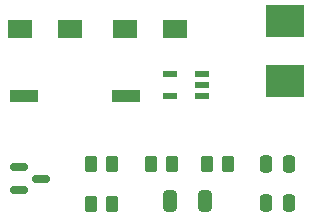
<source format=gbr>
%TF.GenerationSoftware,KiCad,Pcbnew,8.0.6*%
%TF.CreationDate,2024-11-26T14:02:48+01:00*%
%TF.ProjectId,Tiny Solar Supply,54696e79-2053-46f6-9c61-722053757070,rev?*%
%TF.SameCoordinates,Original*%
%TF.FileFunction,Paste,Top*%
%TF.FilePolarity,Positive*%
%FSLAX46Y46*%
G04 Gerber Fmt 4.6, Leading zero omitted, Abs format (unit mm)*
G04 Created by KiCad (PCBNEW 8.0.6) date 2024-11-26 14:02:48*
%MOMM*%
%LPD*%
G01*
G04 APERTURE LIST*
G04 Aperture macros list*
%AMRoundRect*
0 Rectangle with rounded corners*
0 $1 Rounding radius*
0 $2 $3 $4 $5 $6 $7 $8 $9 X,Y pos of 4 corners*
0 Add a 4 corners polygon primitive as box body*
4,1,4,$2,$3,$4,$5,$6,$7,$8,$9,$2,$3,0*
0 Add four circle primitives for the rounded corners*
1,1,$1+$1,$2,$3*
1,1,$1+$1,$4,$5*
1,1,$1+$1,$6,$7*
1,1,$1+$1,$8,$9*
0 Add four rect primitives between the rounded corners*
20,1,$1+$1,$2,$3,$4,$5,0*
20,1,$1+$1,$4,$5,$6,$7,0*
20,1,$1+$1,$6,$7,$8,$9,0*
20,1,$1+$1,$8,$9,$2,$3,0*%
G04 Aperture macros list end*
%ADD10RoundRect,0.250000X-0.250000X-0.475000X0.250000X-0.475000X0.250000X0.475000X-0.250000X0.475000X0*%
%ADD11RoundRect,0.250000X-0.262500X-0.450000X0.262500X-0.450000X0.262500X0.450000X-0.262500X0.450000X0*%
%ADD12RoundRect,0.250000X0.262500X0.450000X-0.262500X0.450000X-0.262500X-0.450000X0.262500X-0.450000X0*%
%ADD13R,3.302000X2.667000*%
%ADD14R,2.120000X1.500000*%
%ADD15RoundRect,0.150000X-0.587500X-0.150000X0.587500X-0.150000X0.587500X0.150000X-0.587500X0.150000X0*%
%ADD16R,1.181100X0.558800*%
%ADD17RoundRect,0.250000X0.250000X0.475000X-0.250000X0.475000X-0.250000X-0.475000X0.250000X-0.475000X0*%
%ADD18RoundRect,0.250000X0.325000X0.650000X-0.325000X0.650000X-0.325000X-0.650000X0.325000X-0.650000X0*%
%ADD19R,2.440000X1.120000*%
G04 APERTURE END LIST*
D10*
%TO.C,C3*%
X73345000Y-110025000D03*
X75245000Y-110025000D03*
%TD*%
D11*
%TO.C,R2*%
X63580000Y-106680000D03*
X65405000Y-106680000D03*
%TD*%
D12*
%TO.C,R3*%
X60325000Y-106680000D03*
X58500000Y-106680000D03*
%TD*%
D13*
%TO.C,L1*%
X74930000Y-94589600D03*
X74930000Y-99720400D03*
%TD*%
D14*
%TO.C,D2*%
X52495000Y-95250000D03*
X56725000Y-95250000D03*
%TD*%
D11*
%TO.C,R1*%
X68302500Y-106680000D03*
X70127500Y-106680000D03*
%TD*%
%TO.C,R4*%
X58500000Y-110055000D03*
X60325000Y-110055000D03*
%TD*%
D15*
%TO.C,Q1*%
X52402500Y-107000000D03*
X52402500Y-108900000D03*
X54277500Y-107950000D03*
%TD*%
D16*
%TO.C,U1*%
X67945000Y-100960002D03*
X67945000Y-100010001D03*
X67945000Y-99060000D03*
X65214500Y-99060000D03*
X65214500Y-100960002D03*
%TD*%
D14*
%TO.C,D1*%
X61385000Y-95250000D03*
X65615000Y-95250000D03*
%TD*%
D17*
%TO.C,C1*%
X75245000Y-106680000D03*
X73345000Y-106680000D03*
%TD*%
D18*
%TO.C,C2*%
X68150000Y-109855000D03*
X65200000Y-109855000D03*
%TD*%
D19*
%TO.C,J3*%
X61455000Y-100965000D03*
X52845000Y-100965000D03*
%TD*%
M02*

</source>
